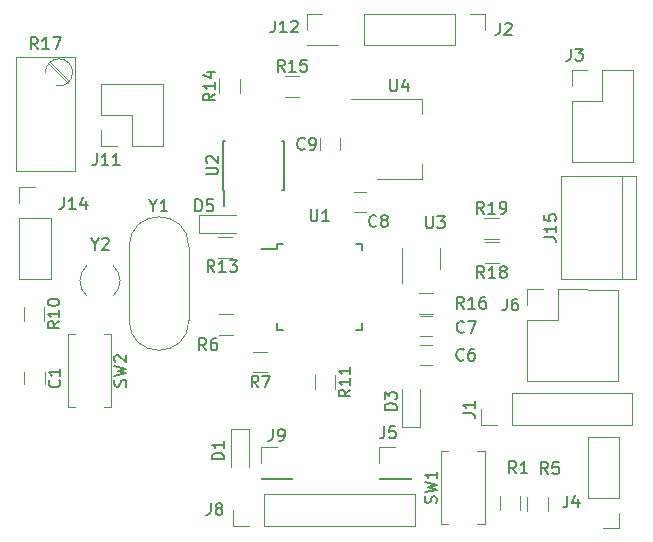
<source format=gbr>
G04 #@! TF.GenerationSoftware,KiCad,Pcbnew,(5.1.5)-3*
G04 #@! TF.CreationDate,2020-04-28T00:17:26+02:00*
G04 #@! TF.ProjectId,main_pcb,6d61696e-5f70-4636-922e-6b696361645f,1*
G04 #@! TF.SameCoordinates,Original*
G04 #@! TF.FileFunction,Legend,Top*
G04 #@! TF.FilePolarity,Positive*
%FSLAX46Y46*%
G04 Gerber Fmt 4.6, Leading zero omitted, Abs format (unit mm)*
G04 Created by KiCad (PCBNEW (5.1.5)-3) date 2020-04-28 00:17:26*
%MOMM*%
%LPD*%
G04 APERTURE LIST*
%ADD10C,0.120000*%
%ADD11C,0.150000*%
G04 APERTURE END LIST*
D10*
X142290000Y-93830000D02*
X142290000Y-91170000D01*
X132070000Y-93830000D02*
X142290000Y-93830000D01*
X132070000Y-91170000D02*
X142290000Y-91170000D01*
X132070000Y-93830000D02*
X132070000Y-91170000D01*
X130800000Y-93830000D02*
X129470000Y-93830000D01*
X129470000Y-93830000D02*
X129470000Y-92500000D01*
X92508440Y-90383300D02*
X92508440Y-89383300D01*
X90808440Y-89383300D02*
X90808440Y-90383300D01*
X124323220Y-88794960D02*
X125323220Y-88794960D01*
X125323220Y-87094960D02*
X124323220Y-87094960D01*
X124293060Y-86326080D02*
X125293060Y-86326080D01*
X125293060Y-84626080D02*
X124293060Y-84626080D01*
X118745380Y-75828260D02*
X119745380Y-75828260D01*
X119745380Y-74128260D02*
X118745380Y-74128260D01*
X115794420Y-69580820D02*
X115794420Y-70580820D01*
X117494420Y-70580820D02*
X117494420Y-69580820D01*
X109799820Y-94195540D02*
X108299820Y-94195540D01*
X109799820Y-94195540D02*
X109799820Y-97395540D01*
X108299820Y-97395540D02*
X108299820Y-94195540D01*
X122808300Y-94037500D02*
X124308300Y-94037500D01*
X122808300Y-94037500D02*
X122808300Y-90837500D01*
X124308300Y-90837500D02*
X124308300Y-94037500D01*
X108746800Y-77574840D02*
X105546800Y-77574840D01*
X105546800Y-76074840D02*
X108746800Y-76074840D01*
X105546800Y-76074840D02*
X105546800Y-77574840D01*
X119551140Y-59040720D02*
X119551140Y-61700720D01*
X127231140Y-59040720D02*
X119551140Y-59040720D01*
X127231140Y-61700720D02*
X119551140Y-61700720D01*
X127231140Y-59040720D02*
X127231140Y-61700720D01*
X128501140Y-59040720D02*
X129831140Y-59040720D01*
X129831140Y-59040720D02*
X129831140Y-60370720D01*
X137143180Y-63833700D02*
X138473180Y-63833700D01*
X137143180Y-65163700D02*
X137143180Y-63833700D01*
X139743180Y-63833700D02*
X142343180Y-63833700D01*
X139743180Y-66433700D02*
X139743180Y-63833700D01*
X137143180Y-66433700D02*
X139743180Y-66433700D01*
X142343180Y-63833700D02*
X142343180Y-71573700D01*
X137143180Y-66433700D02*
X137143180Y-71573700D01*
X137143180Y-71573700D02*
X142343180Y-71573700D01*
X120861780Y-95736100D02*
X122191780Y-95736100D01*
X120861780Y-97066100D02*
X120861780Y-95736100D01*
X120861780Y-98336100D02*
X123521780Y-98336100D01*
X123521780Y-98336100D02*
X123521780Y-98396100D01*
X120861780Y-98336100D02*
X120861780Y-98396100D01*
X120861780Y-98396100D02*
X123521780Y-98396100D01*
X123849440Y-102371200D02*
X123849440Y-99711200D01*
X111089440Y-102371200D02*
X123849440Y-102371200D01*
X111089440Y-99711200D02*
X123849440Y-99711200D01*
X111089440Y-102371200D02*
X111089440Y-99711200D01*
X109819440Y-102371200D02*
X108489440Y-102371200D01*
X108489440Y-102371200D02*
X108489440Y-101041200D01*
X110836400Y-98398640D02*
X113496400Y-98398640D01*
X110836400Y-98338640D02*
X110836400Y-98398640D01*
X113496400Y-98338640D02*
X113496400Y-98398640D01*
X110836400Y-98338640D02*
X113496400Y-98338640D01*
X110836400Y-97068640D02*
X110836400Y-95738640D01*
X110836400Y-95738640D02*
X112166400Y-95738640D01*
X102521060Y-70186860D02*
X102521060Y-64986860D01*
X99921060Y-70186860D02*
X102521060Y-70186860D01*
X97321060Y-64986860D02*
X102521060Y-64986860D01*
X99921060Y-70186860D02*
X99921060Y-67586860D01*
X99921060Y-67586860D02*
X97321060Y-67586860D01*
X97321060Y-67586860D02*
X97321060Y-64986860D01*
X98651060Y-70186860D02*
X97321060Y-70186860D01*
X97321060Y-70186860D02*
X97321060Y-68856860D01*
X90376700Y-81477160D02*
X93036700Y-81477160D01*
X90376700Y-76337160D02*
X90376700Y-81477160D01*
X93036700Y-76337160D02*
X93036700Y-81477160D01*
X90376700Y-76337160D02*
X93036700Y-76337160D01*
X90376700Y-75067160D02*
X90376700Y-73737160D01*
X90376700Y-73737160D02*
X91706700Y-73737160D01*
X142625100Y-81502500D02*
X142625100Y-72802500D01*
X136215100Y-81502500D02*
X136215100Y-72802500D01*
X136215100Y-72802500D02*
X142625100Y-72802500D01*
X141395100Y-72802500D02*
X141395100Y-81502500D01*
X142625100Y-81502500D02*
X136215100Y-81502500D01*
X131047600Y-101083660D02*
X131047600Y-99883660D01*
X132807600Y-99883660D02*
X132807600Y-101083660D01*
X135101220Y-99926840D02*
X135101220Y-101126840D01*
X133341220Y-101126840D02*
X133341220Y-99926840D01*
X107290300Y-84461460D02*
X108490300Y-84461460D01*
X108490300Y-86221460D02*
X107290300Y-86221460D01*
X111378300Y-89386300D02*
X110178300Y-89386300D01*
X110178300Y-87626300D02*
X111378300Y-87626300D01*
X92502880Y-83833420D02*
X92502880Y-85033420D01*
X90742880Y-85033420D02*
X90742880Y-83833420D01*
X107168400Y-77926040D02*
X108368400Y-77926040D01*
X108368400Y-79686040D02*
X107168400Y-79686040D01*
X107317660Y-65748460D02*
X107317660Y-64548460D01*
X109077660Y-64548460D02*
X109077660Y-65748460D01*
X114078320Y-66053860D02*
X112878320Y-66053860D01*
X112878320Y-64293860D02*
X114078320Y-64293860D01*
X124221960Y-82665680D02*
X125421960Y-82665680D01*
X125421960Y-84425680D02*
X124221960Y-84425680D01*
X92581244Y-64038189D02*
G75*
G02X94890540Y-63997880I1154296J40309D01*
G01*
X94889592Y-63977759D02*
G75*
G02X93495540Y-65126880I-1154052J-20121D01*
G01*
X90115540Y-72317880D02*
X90115540Y-62667880D01*
X95066540Y-72317880D02*
X95066540Y-62667880D01*
X90115540Y-72317880D02*
X95066540Y-72317880D01*
X90115540Y-62667880D02*
X95066540Y-62667880D01*
X93001540Y-63121880D02*
X94611540Y-64732880D01*
X92860540Y-63261880D02*
X94470540Y-64873880D01*
X130968040Y-80133080D02*
X129768040Y-80133080D01*
X129768040Y-78373080D02*
X130968040Y-78373080D01*
X130951540Y-78070600D02*
X129751540Y-78070600D01*
X129751540Y-76310600D02*
X130951540Y-76310600D01*
X126061860Y-96023500D02*
X126711860Y-96023500D01*
X129761860Y-96023500D02*
X129111860Y-96023500D01*
X129111860Y-102223500D02*
X129761860Y-102223500D01*
X126061860Y-102223500D02*
X126711860Y-102223500D01*
X126061860Y-96023500D02*
X126061860Y-102223500D01*
X129761860Y-102223500D02*
X129761860Y-96023500D01*
X94466800Y-86160680D02*
X94466800Y-92360680D01*
X98166800Y-92360680D02*
X98166800Y-86160680D01*
X98166800Y-86160680D02*
X97516800Y-86160680D01*
X95116800Y-86160680D02*
X94466800Y-86160680D01*
X94466800Y-92360680D02*
X95116800Y-92360680D01*
X98166800Y-92360680D02*
X97516800Y-92360680D01*
D11*
X112173600Y-78518600D02*
X112173600Y-78968600D01*
X119423600Y-78518600D02*
X119423600Y-79043600D01*
X119423600Y-85768600D02*
X119423600Y-85243600D01*
X112173600Y-85768600D02*
X112173600Y-85243600D01*
X112173600Y-78518600D02*
X112698600Y-78518600D01*
X112173600Y-85768600D02*
X112698600Y-85768600D01*
X119423600Y-85768600D02*
X118898600Y-85768600D01*
X119423600Y-78518600D02*
X118898600Y-78518600D01*
X112173600Y-78968600D02*
X110798600Y-78968600D01*
X107650840Y-73941760D02*
X107700840Y-73941760D01*
X107650840Y-69791760D02*
X107795840Y-69791760D01*
X112800840Y-69791760D02*
X112655840Y-69791760D01*
X112800840Y-73941760D02*
X112655840Y-73941760D01*
X107650840Y-73941760D02*
X107650840Y-69791760D01*
X112800840Y-73941760D02*
X112800840Y-69791760D01*
X107700840Y-73941760D02*
X107700840Y-75341760D01*
D10*
X125973480Y-80666160D02*
X125973480Y-78866160D01*
X122753480Y-78866160D02*
X122753480Y-81816160D01*
X124452300Y-73049180D02*
X124452300Y-71789180D01*
X124452300Y-66229180D02*
X124452300Y-67489180D01*
X120692300Y-73049180D02*
X124452300Y-73049180D01*
X118442300Y-66229180D02*
X124452300Y-66229180D01*
X104724440Y-78745720D02*
X104724440Y-84995720D01*
X99674440Y-78745720D02*
X99674440Y-84995720D01*
X99674440Y-78745720D02*
G75*
G02X104724440Y-78745720I2525000J0D01*
G01*
X99674440Y-84995720D02*
G75*
G03X104724440Y-84995720I2525000J0D01*
G01*
X98335279Y-82906142D02*
G75*
G03X98335888Y-80365600I-1129479J1270542D01*
G01*
X96076321Y-82906142D02*
G75*
G02X96075712Y-80365600I1129479J1270542D01*
G01*
X117135800Y-89617000D02*
X117135800Y-90817000D01*
X115375800Y-90817000D02*
X115375800Y-89617000D01*
X141159540Y-102602340D02*
X139829540Y-102602340D01*
X141159540Y-101272340D02*
X141159540Y-102602340D01*
X141159540Y-100002340D02*
X138499540Y-100002340D01*
X138499540Y-100002340D02*
X138499540Y-94862340D01*
X141159540Y-100002340D02*
X141159540Y-94862340D01*
X141159540Y-94862340D02*
X138499540Y-94862340D01*
X114709900Y-59043260D02*
X116039900Y-59043260D01*
X114709900Y-60373260D02*
X114709900Y-59043260D01*
X114709900Y-61643260D02*
X117369900Y-61643260D01*
X117369900Y-61643260D02*
X117369900Y-61703260D01*
X114709900Y-61643260D02*
X114709900Y-61703260D01*
X114709900Y-61703260D02*
X117369900Y-61703260D01*
X133366200Y-90113160D02*
X141097000Y-90113160D01*
X133366200Y-84973160D02*
X133366200Y-90113160D01*
X141097000Y-82382360D02*
X141097000Y-90122360D01*
X133366200Y-84973160D02*
X135966200Y-84973160D01*
X135966200Y-84973160D02*
X135966200Y-82373160D01*
X135966200Y-82373160D02*
X141097000Y-82382360D01*
X133366200Y-83703160D02*
X133366200Y-82373160D01*
X133366200Y-82373160D02*
X134696200Y-82373160D01*
D11*
X127922380Y-92833333D02*
X128636666Y-92833333D01*
X128779523Y-92880952D01*
X128874761Y-92976190D01*
X128922380Y-93119047D01*
X128922380Y-93214285D01*
X128922380Y-91833333D02*
X128922380Y-92404761D01*
X128922380Y-92119047D02*
X127922380Y-92119047D01*
X128065238Y-92214285D01*
X128160476Y-92309523D01*
X128208095Y-92404761D01*
X93765582Y-90049966D02*
X93813201Y-90097585D01*
X93860820Y-90240442D01*
X93860820Y-90335680D01*
X93813201Y-90478538D01*
X93717963Y-90573776D01*
X93622725Y-90621395D01*
X93432249Y-90669014D01*
X93289392Y-90669014D01*
X93098916Y-90621395D01*
X93003678Y-90573776D01*
X92908440Y-90478538D01*
X92860820Y-90335680D01*
X92860820Y-90240442D01*
X92908440Y-90097585D01*
X92956059Y-90049966D01*
X93860820Y-89097585D02*
X93860820Y-89669014D01*
X93860820Y-89383300D02*
X92860820Y-89383300D01*
X93003678Y-89478538D01*
X93098916Y-89573776D01*
X93146535Y-89669014D01*
X128001733Y-88297022D02*
X127954114Y-88344641D01*
X127811257Y-88392260D01*
X127716019Y-88392260D01*
X127573161Y-88344641D01*
X127477923Y-88249403D01*
X127430304Y-88154165D01*
X127382685Y-87963689D01*
X127382685Y-87820832D01*
X127430304Y-87630356D01*
X127477923Y-87535118D01*
X127573161Y-87439880D01*
X127716019Y-87392260D01*
X127811257Y-87392260D01*
X127954114Y-87439880D01*
X128001733Y-87487499D01*
X128858876Y-87392260D02*
X128668400Y-87392260D01*
X128573161Y-87439880D01*
X128525542Y-87487499D01*
X128430304Y-87630356D01*
X128382685Y-87820832D01*
X128382685Y-88201784D01*
X128430304Y-88297022D01*
X128477923Y-88344641D01*
X128573161Y-88392260D01*
X128763638Y-88392260D01*
X128858876Y-88344641D01*
X128906495Y-88297022D01*
X128954114Y-88201784D01*
X128954114Y-87963689D01*
X128906495Y-87868451D01*
X128858876Y-87820832D01*
X128763638Y-87773213D01*
X128573161Y-87773213D01*
X128477923Y-87820832D01*
X128430304Y-87868451D01*
X128382685Y-87963689D01*
X128022053Y-85950062D02*
X127974434Y-85997681D01*
X127831577Y-86045300D01*
X127736339Y-86045300D01*
X127593481Y-85997681D01*
X127498243Y-85902443D01*
X127450624Y-85807205D01*
X127403005Y-85616729D01*
X127403005Y-85473872D01*
X127450624Y-85283396D01*
X127498243Y-85188158D01*
X127593481Y-85092920D01*
X127736339Y-85045300D01*
X127831577Y-85045300D01*
X127974434Y-85092920D01*
X128022053Y-85140539D01*
X128355386Y-85045300D02*
X129022053Y-85045300D01*
X128593481Y-86045300D01*
X120615413Y-76994022D02*
X120567794Y-77041641D01*
X120424937Y-77089260D01*
X120329699Y-77089260D01*
X120186841Y-77041641D01*
X120091603Y-76946403D01*
X120043984Y-76851165D01*
X119996365Y-76660689D01*
X119996365Y-76517832D01*
X120043984Y-76327356D01*
X120091603Y-76232118D01*
X120186841Y-76136880D01*
X120329699Y-76089260D01*
X120424937Y-76089260D01*
X120567794Y-76136880D01*
X120615413Y-76184499D01*
X121186841Y-76517832D02*
X121091603Y-76470213D01*
X121043984Y-76422594D01*
X120996365Y-76327356D01*
X120996365Y-76279737D01*
X121043984Y-76184499D01*
X121091603Y-76136880D01*
X121186841Y-76089260D01*
X121377318Y-76089260D01*
X121472556Y-76136880D01*
X121520175Y-76184499D01*
X121567794Y-76279737D01*
X121567794Y-76327356D01*
X121520175Y-76422594D01*
X121472556Y-76470213D01*
X121377318Y-76517832D01*
X121186841Y-76517832D01*
X121091603Y-76565451D01*
X121043984Y-76613070D01*
X120996365Y-76708308D01*
X120996365Y-76898784D01*
X121043984Y-76994022D01*
X121091603Y-77041641D01*
X121186841Y-77089260D01*
X121377318Y-77089260D01*
X121472556Y-77041641D01*
X121520175Y-76994022D01*
X121567794Y-76898784D01*
X121567794Y-76708308D01*
X121520175Y-76613070D01*
X121472556Y-76565451D01*
X121377318Y-76517832D01*
X114534653Y-70445902D02*
X114487034Y-70493521D01*
X114344177Y-70541140D01*
X114248939Y-70541140D01*
X114106081Y-70493521D01*
X114010843Y-70398283D01*
X113963224Y-70303045D01*
X113915605Y-70112569D01*
X113915605Y-69969712D01*
X113963224Y-69779236D01*
X114010843Y-69683998D01*
X114106081Y-69588760D01*
X114248939Y-69541140D01*
X114344177Y-69541140D01*
X114487034Y-69588760D01*
X114534653Y-69636379D01*
X115010843Y-70541140D02*
X115201320Y-70541140D01*
X115296558Y-70493521D01*
X115344177Y-70445902D01*
X115439415Y-70303045D01*
X115487034Y-70112569D01*
X115487034Y-69731617D01*
X115439415Y-69636379D01*
X115391796Y-69588760D01*
X115296558Y-69541140D01*
X115106081Y-69541140D01*
X115010843Y-69588760D01*
X114963224Y-69636379D01*
X114915605Y-69731617D01*
X114915605Y-69969712D01*
X114963224Y-70064950D01*
X115010843Y-70112569D01*
X115106081Y-70160188D01*
X115296558Y-70160188D01*
X115391796Y-70112569D01*
X115439415Y-70064950D01*
X115487034Y-69969712D01*
X107675940Y-96750095D02*
X106675940Y-96750095D01*
X106675940Y-96512000D01*
X106723560Y-96369142D01*
X106818798Y-96273904D01*
X106914036Y-96226285D01*
X107104512Y-96178666D01*
X107247369Y-96178666D01*
X107437845Y-96226285D01*
X107533083Y-96273904D01*
X107628321Y-96369142D01*
X107675940Y-96512000D01*
X107675940Y-96750095D01*
X107675940Y-95226285D02*
X107675940Y-95797714D01*
X107675940Y-95512000D02*
X106675940Y-95512000D01*
X106818798Y-95607238D01*
X106914036Y-95702476D01*
X106961655Y-95797714D01*
X122310680Y-92575595D02*
X121310680Y-92575595D01*
X121310680Y-92337500D01*
X121358300Y-92194642D01*
X121453538Y-92099404D01*
X121548776Y-92051785D01*
X121739252Y-92004166D01*
X121882109Y-92004166D01*
X122072585Y-92051785D01*
X122167823Y-92099404D01*
X122263061Y-92194642D01*
X122310680Y-92337500D01*
X122310680Y-92575595D01*
X121310680Y-91670833D02*
X121310680Y-91051785D01*
X121691633Y-91385119D01*
X121691633Y-91242261D01*
X121739252Y-91147023D01*
X121786871Y-91099404D01*
X121882109Y-91051785D01*
X122120204Y-91051785D01*
X122215442Y-91099404D01*
X122263061Y-91147023D01*
X122310680Y-91242261D01*
X122310680Y-91527976D01*
X122263061Y-91623214D01*
X122215442Y-91670833D01*
X105276424Y-75753220D02*
X105276424Y-74753220D01*
X105514520Y-74753220D01*
X105657377Y-74800840D01*
X105752615Y-74896078D01*
X105800234Y-74991316D01*
X105847853Y-75181792D01*
X105847853Y-75324649D01*
X105800234Y-75515125D01*
X105752615Y-75610363D01*
X105657377Y-75705601D01*
X105514520Y-75753220D01*
X105276424Y-75753220D01*
X106752615Y-74753220D02*
X106276424Y-74753220D01*
X106228805Y-75229411D01*
X106276424Y-75181792D01*
X106371662Y-75134173D01*
X106609758Y-75134173D01*
X106704996Y-75181792D01*
X106752615Y-75229411D01*
X106800234Y-75324649D01*
X106800234Y-75562744D01*
X106752615Y-75657982D01*
X106704996Y-75705601D01*
X106609758Y-75753220D01*
X106371662Y-75753220D01*
X106276424Y-75705601D01*
X106228805Y-75657982D01*
X131055786Y-59823100D02*
X131055786Y-60537386D01*
X131008167Y-60680243D01*
X130912929Y-60775481D01*
X130770072Y-60823100D01*
X130674834Y-60823100D01*
X131484358Y-59918339D02*
X131531977Y-59870720D01*
X131627215Y-59823100D01*
X131865310Y-59823100D01*
X131960548Y-59870720D01*
X132008167Y-59918339D01*
X132055786Y-60013577D01*
X132055786Y-60108815D01*
X132008167Y-60251672D01*
X131436739Y-60823100D01*
X132055786Y-60823100D01*
X137070506Y-61992260D02*
X137070506Y-62706546D01*
X137022887Y-62849403D01*
X136927649Y-62944641D01*
X136784792Y-62992260D01*
X136689554Y-62992260D01*
X137451459Y-61992260D02*
X138070506Y-61992260D01*
X137737173Y-62373213D01*
X137880030Y-62373213D01*
X137975268Y-62420832D01*
X138022887Y-62468451D01*
X138070506Y-62563689D01*
X138070506Y-62801784D01*
X138022887Y-62897022D01*
X137975268Y-62944641D01*
X137880030Y-62992260D01*
X137594316Y-62992260D01*
X137499078Y-62944641D01*
X137451459Y-62897022D01*
X121271706Y-93955620D02*
X121271706Y-94669906D01*
X121224087Y-94812763D01*
X121128849Y-94908001D01*
X120985992Y-94955620D01*
X120890754Y-94955620D01*
X122224087Y-93955620D02*
X121747897Y-93955620D01*
X121700278Y-94431811D01*
X121747897Y-94384192D01*
X121843135Y-94336573D01*
X122081230Y-94336573D01*
X122176468Y-94384192D01*
X122224087Y-94431811D01*
X122271706Y-94527049D01*
X122271706Y-94765144D01*
X122224087Y-94860382D01*
X122176468Y-94908001D01*
X122081230Y-94955620D01*
X121843135Y-94955620D01*
X121747897Y-94908001D01*
X121700278Y-94860382D01*
X106565106Y-100458020D02*
X106565106Y-101172306D01*
X106517487Y-101315163D01*
X106422249Y-101410401D01*
X106279392Y-101458020D01*
X106184154Y-101458020D01*
X107184154Y-100886592D02*
X107088916Y-100838973D01*
X107041297Y-100791354D01*
X106993678Y-100696116D01*
X106993678Y-100648497D01*
X107041297Y-100553259D01*
X107088916Y-100505640D01*
X107184154Y-100458020D01*
X107374630Y-100458020D01*
X107469868Y-100505640D01*
X107517487Y-100553259D01*
X107565106Y-100648497D01*
X107565106Y-100696116D01*
X107517487Y-100791354D01*
X107469868Y-100838973D01*
X107374630Y-100886592D01*
X107184154Y-100886592D01*
X107088916Y-100934211D01*
X107041297Y-100981830D01*
X106993678Y-101077068D01*
X106993678Y-101267544D01*
X107041297Y-101362782D01*
X107088916Y-101410401D01*
X107184154Y-101458020D01*
X107374630Y-101458020D01*
X107469868Y-101410401D01*
X107517487Y-101362782D01*
X107565106Y-101267544D01*
X107565106Y-101077068D01*
X107517487Y-100981830D01*
X107469868Y-100934211D01*
X107374630Y-100886592D01*
X111833066Y-94191020D02*
X111833066Y-94905306D01*
X111785447Y-95048163D01*
X111690209Y-95143401D01*
X111547352Y-95191020D01*
X111452114Y-95191020D01*
X112356876Y-95191020D02*
X112547352Y-95191020D01*
X112642590Y-95143401D01*
X112690209Y-95095782D01*
X112785447Y-94952925D01*
X112833066Y-94762449D01*
X112833066Y-94381497D01*
X112785447Y-94286259D01*
X112737828Y-94238640D01*
X112642590Y-94191020D01*
X112452114Y-94191020D01*
X112356876Y-94238640D01*
X112309257Y-94286259D01*
X112261638Y-94381497D01*
X112261638Y-94619592D01*
X112309257Y-94714830D01*
X112356876Y-94762449D01*
X112452114Y-94810068D01*
X112642590Y-94810068D01*
X112737828Y-94762449D01*
X112785447Y-94714830D01*
X112833066Y-94619592D01*
X96919516Y-70851780D02*
X96919516Y-71566066D01*
X96871897Y-71708923D01*
X96776659Y-71804161D01*
X96633801Y-71851780D01*
X96538563Y-71851780D01*
X97919516Y-71851780D02*
X97348087Y-71851780D01*
X97633801Y-71851780D02*
X97633801Y-70851780D01*
X97538563Y-70994638D01*
X97443325Y-71089876D01*
X97348087Y-71137495D01*
X98871897Y-71851780D02*
X98300468Y-71851780D01*
X98586182Y-71851780D02*
X98586182Y-70851780D01*
X98490944Y-70994638D01*
X98395706Y-71089876D01*
X98300468Y-71137495D01*
X94150916Y-74560180D02*
X94150916Y-75274466D01*
X94103297Y-75417323D01*
X94008059Y-75512561D01*
X93865201Y-75560180D01*
X93769963Y-75560180D01*
X95150916Y-75560180D02*
X94579487Y-75560180D01*
X94865201Y-75560180D02*
X94865201Y-74560180D01*
X94769963Y-74703038D01*
X94674725Y-74798276D01*
X94579487Y-74845895D01*
X96008059Y-74893514D02*
X96008059Y-75560180D01*
X95769963Y-74512561D02*
X95531868Y-75226847D01*
X96150916Y-75226847D01*
X134807480Y-77962023D02*
X135521766Y-77962023D01*
X135664623Y-78009642D01*
X135759861Y-78104880D01*
X135807480Y-78247738D01*
X135807480Y-78342976D01*
X135807480Y-76962023D02*
X135807480Y-77533452D01*
X135807480Y-77247738D02*
X134807480Y-77247738D01*
X134950338Y-77342976D01*
X135045576Y-77438214D01*
X135093195Y-77533452D01*
X134807480Y-76057261D02*
X134807480Y-76533452D01*
X135283671Y-76581071D01*
X135236052Y-76533452D01*
X135188433Y-76438214D01*
X135188433Y-76200119D01*
X135236052Y-76104880D01*
X135283671Y-76057261D01*
X135378909Y-76009642D01*
X135617004Y-76009642D01*
X135712242Y-76057261D01*
X135759861Y-76104880D01*
X135807480Y-76200119D01*
X135807480Y-76438214D01*
X135759861Y-76533452D01*
X135712242Y-76581071D01*
X132436573Y-97927420D02*
X132103240Y-97451230D01*
X131865144Y-97927420D02*
X131865144Y-96927420D01*
X132246097Y-96927420D01*
X132341335Y-96975040D01*
X132388954Y-97022659D01*
X132436573Y-97117897D01*
X132436573Y-97260754D01*
X132388954Y-97355992D01*
X132341335Y-97403611D01*
X132246097Y-97451230D01*
X131865144Y-97451230D01*
X133388954Y-97927420D02*
X132817525Y-97927420D01*
X133103240Y-97927420D02*
X133103240Y-96927420D01*
X133008001Y-97070278D01*
X132912763Y-97165516D01*
X132817525Y-97213135D01*
X135134053Y-97983300D02*
X134800720Y-97507110D01*
X134562624Y-97983300D02*
X134562624Y-96983300D01*
X134943577Y-96983300D01*
X135038815Y-97030920D01*
X135086434Y-97078539D01*
X135134053Y-97173777D01*
X135134053Y-97316634D01*
X135086434Y-97411872D01*
X135038815Y-97459491D01*
X134943577Y-97507110D01*
X134562624Y-97507110D01*
X136038815Y-96983300D02*
X135562624Y-96983300D01*
X135515005Y-97459491D01*
X135562624Y-97411872D01*
X135657862Y-97364253D01*
X135895958Y-97364253D01*
X135991196Y-97411872D01*
X136038815Y-97459491D01*
X136086434Y-97554729D01*
X136086434Y-97792824D01*
X136038815Y-97888062D01*
X135991196Y-97935681D01*
X135895958Y-97983300D01*
X135657862Y-97983300D01*
X135562624Y-97935681D01*
X135515005Y-97888062D01*
X106188213Y-87513420D02*
X105854880Y-87037230D01*
X105616784Y-87513420D02*
X105616784Y-86513420D01*
X105997737Y-86513420D01*
X106092975Y-86561040D01*
X106140594Y-86608659D01*
X106188213Y-86703897D01*
X106188213Y-86846754D01*
X106140594Y-86941992D01*
X106092975Y-86989611D01*
X105997737Y-87037230D01*
X105616784Y-87037230D01*
X107045356Y-86513420D02*
X106854880Y-86513420D01*
X106759641Y-86561040D01*
X106712022Y-86608659D01*
X106616784Y-86751516D01*
X106569165Y-86941992D01*
X106569165Y-87322944D01*
X106616784Y-87418182D01*
X106664403Y-87465801D01*
X106759641Y-87513420D01*
X106950118Y-87513420D01*
X107045356Y-87465801D01*
X107092975Y-87418182D01*
X107140594Y-87322944D01*
X107140594Y-87084849D01*
X107092975Y-86989611D01*
X107045356Y-86941992D01*
X106950118Y-86894373D01*
X106759641Y-86894373D01*
X106664403Y-86941992D01*
X106616784Y-86989611D01*
X106569165Y-87084849D01*
X110611633Y-90658680D02*
X110278300Y-90182490D01*
X110040204Y-90658680D02*
X110040204Y-89658680D01*
X110421157Y-89658680D01*
X110516395Y-89706300D01*
X110564014Y-89753919D01*
X110611633Y-89849157D01*
X110611633Y-89992014D01*
X110564014Y-90087252D01*
X110516395Y-90134871D01*
X110421157Y-90182490D01*
X110040204Y-90182490D01*
X110944966Y-89658680D02*
X111611633Y-89658680D01*
X111183061Y-90658680D01*
X93775260Y-85076277D02*
X93299070Y-85409610D01*
X93775260Y-85647705D02*
X92775260Y-85647705D01*
X92775260Y-85266753D01*
X92822880Y-85171515D01*
X92870499Y-85123896D01*
X92965737Y-85076277D01*
X93108594Y-85076277D01*
X93203832Y-85123896D01*
X93251451Y-85171515D01*
X93299070Y-85266753D01*
X93299070Y-85647705D01*
X93775260Y-84123896D02*
X93775260Y-84695324D01*
X93775260Y-84409610D02*
X92775260Y-84409610D01*
X92918118Y-84504848D01*
X93013356Y-84600086D01*
X93060975Y-84695324D01*
X92775260Y-83504848D02*
X92775260Y-83409610D01*
X92822880Y-83314372D01*
X92870499Y-83266753D01*
X92965737Y-83219134D01*
X93156213Y-83171515D01*
X93394308Y-83171515D01*
X93584784Y-83219134D01*
X93680022Y-83266753D01*
X93727641Y-83314372D01*
X93775260Y-83409610D01*
X93775260Y-83504848D01*
X93727641Y-83600086D01*
X93680022Y-83647705D01*
X93584784Y-83695324D01*
X93394308Y-83742943D01*
X93156213Y-83742943D01*
X92965737Y-83695324D01*
X92870499Y-83647705D01*
X92822880Y-83600086D01*
X92775260Y-83504848D01*
X106885502Y-80899260D02*
X106552169Y-80423070D01*
X106314074Y-80899260D02*
X106314074Y-79899260D01*
X106695026Y-79899260D01*
X106790264Y-79946880D01*
X106837883Y-79994499D01*
X106885502Y-80089737D01*
X106885502Y-80232594D01*
X106837883Y-80327832D01*
X106790264Y-80375451D01*
X106695026Y-80423070D01*
X106314074Y-80423070D01*
X107837883Y-80899260D02*
X107266455Y-80899260D01*
X107552169Y-80899260D02*
X107552169Y-79899260D01*
X107456931Y-80042118D01*
X107361693Y-80137356D01*
X107266455Y-80184975D01*
X108171217Y-79899260D02*
X108790264Y-79899260D01*
X108456931Y-80280213D01*
X108599788Y-80280213D01*
X108695026Y-80327832D01*
X108742645Y-80375451D01*
X108790264Y-80470689D01*
X108790264Y-80708784D01*
X108742645Y-80804022D01*
X108695026Y-80851641D01*
X108599788Y-80899260D01*
X108314074Y-80899260D01*
X108218836Y-80851641D01*
X108171217Y-80804022D01*
X106950040Y-65791317D02*
X106473850Y-66124650D01*
X106950040Y-66362745D02*
X105950040Y-66362745D01*
X105950040Y-65981793D01*
X105997660Y-65886555D01*
X106045279Y-65838936D01*
X106140517Y-65791317D01*
X106283374Y-65791317D01*
X106378612Y-65838936D01*
X106426231Y-65886555D01*
X106473850Y-65981793D01*
X106473850Y-66362745D01*
X106950040Y-64838936D02*
X106950040Y-65410364D01*
X106950040Y-65124650D02*
X105950040Y-65124650D01*
X106092898Y-65219888D01*
X106188136Y-65315126D01*
X106235755Y-65410364D01*
X106283374Y-63981793D02*
X106950040Y-63981793D01*
X105902421Y-64219888D02*
X106616707Y-64457983D01*
X106616707Y-63838936D01*
X112835462Y-63926240D02*
X112502129Y-63450050D01*
X112264034Y-63926240D02*
X112264034Y-62926240D01*
X112644986Y-62926240D01*
X112740224Y-62973860D01*
X112787843Y-63021479D01*
X112835462Y-63116717D01*
X112835462Y-63259574D01*
X112787843Y-63354812D01*
X112740224Y-63402431D01*
X112644986Y-63450050D01*
X112264034Y-63450050D01*
X113787843Y-63926240D02*
X113216415Y-63926240D01*
X113502129Y-63926240D02*
X113502129Y-62926240D01*
X113406891Y-63069098D01*
X113311653Y-63164336D01*
X113216415Y-63211955D01*
X114692605Y-62926240D02*
X114216415Y-62926240D01*
X114168796Y-63402431D01*
X114216415Y-63354812D01*
X114311653Y-63307193D01*
X114549748Y-63307193D01*
X114644986Y-63354812D01*
X114692605Y-63402431D01*
X114740224Y-63497669D01*
X114740224Y-63735764D01*
X114692605Y-63831002D01*
X114644986Y-63878621D01*
X114549748Y-63926240D01*
X114311653Y-63926240D01*
X114216415Y-63878621D01*
X114168796Y-63831002D01*
X127997982Y-83998060D02*
X127664649Y-83521870D01*
X127426554Y-83998060D02*
X127426554Y-82998060D01*
X127807506Y-82998060D01*
X127902744Y-83045680D01*
X127950363Y-83093299D01*
X127997982Y-83188537D01*
X127997982Y-83331394D01*
X127950363Y-83426632D01*
X127902744Y-83474251D01*
X127807506Y-83521870D01*
X127426554Y-83521870D01*
X128950363Y-83998060D02*
X128378935Y-83998060D01*
X128664649Y-83998060D02*
X128664649Y-82998060D01*
X128569411Y-83140918D01*
X128474173Y-83236156D01*
X128378935Y-83283775D01*
X129807506Y-82998060D02*
X129617030Y-82998060D01*
X129521792Y-83045680D01*
X129474173Y-83093299D01*
X129378935Y-83236156D01*
X129331316Y-83426632D01*
X129331316Y-83807584D01*
X129378935Y-83902822D01*
X129426554Y-83950441D01*
X129521792Y-83998060D01*
X129712268Y-83998060D01*
X129807506Y-83950441D01*
X129855125Y-83902822D01*
X129902744Y-83807584D01*
X129902744Y-83569489D01*
X129855125Y-83474251D01*
X129807506Y-83426632D01*
X129712268Y-83379013D01*
X129521792Y-83379013D01*
X129426554Y-83426632D01*
X129378935Y-83474251D01*
X129331316Y-83569489D01*
X91924902Y-62032140D02*
X91591569Y-61555950D01*
X91353474Y-62032140D02*
X91353474Y-61032140D01*
X91734426Y-61032140D01*
X91829664Y-61079760D01*
X91877283Y-61127379D01*
X91924902Y-61222617D01*
X91924902Y-61365474D01*
X91877283Y-61460712D01*
X91829664Y-61508331D01*
X91734426Y-61555950D01*
X91353474Y-61555950D01*
X92877283Y-62032140D02*
X92305855Y-62032140D01*
X92591569Y-62032140D02*
X92591569Y-61032140D01*
X92496331Y-61174998D01*
X92401093Y-61270236D01*
X92305855Y-61317855D01*
X93210617Y-61032140D02*
X93877283Y-61032140D01*
X93448712Y-62032140D01*
X129725182Y-81405460D02*
X129391849Y-80929270D01*
X129153754Y-81405460D02*
X129153754Y-80405460D01*
X129534706Y-80405460D01*
X129629944Y-80453080D01*
X129677563Y-80500699D01*
X129725182Y-80595937D01*
X129725182Y-80738794D01*
X129677563Y-80834032D01*
X129629944Y-80881651D01*
X129534706Y-80929270D01*
X129153754Y-80929270D01*
X130677563Y-81405460D02*
X130106135Y-81405460D01*
X130391849Y-81405460D02*
X130391849Y-80405460D01*
X130296611Y-80548318D01*
X130201373Y-80643556D01*
X130106135Y-80691175D01*
X131248992Y-80834032D02*
X131153754Y-80786413D01*
X131106135Y-80738794D01*
X131058516Y-80643556D01*
X131058516Y-80595937D01*
X131106135Y-80500699D01*
X131153754Y-80453080D01*
X131248992Y-80405460D01*
X131439468Y-80405460D01*
X131534706Y-80453080D01*
X131582325Y-80500699D01*
X131629944Y-80595937D01*
X131629944Y-80643556D01*
X131582325Y-80738794D01*
X131534706Y-80786413D01*
X131439468Y-80834032D01*
X131248992Y-80834032D01*
X131153754Y-80881651D01*
X131106135Y-80929270D01*
X131058516Y-81024508D01*
X131058516Y-81214984D01*
X131106135Y-81310222D01*
X131153754Y-81357841D01*
X131248992Y-81405460D01*
X131439468Y-81405460D01*
X131534706Y-81357841D01*
X131582325Y-81310222D01*
X131629944Y-81214984D01*
X131629944Y-81024508D01*
X131582325Y-80929270D01*
X131534706Y-80881651D01*
X131439468Y-80834032D01*
X129708682Y-75942980D02*
X129375349Y-75466790D01*
X129137254Y-75942980D02*
X129137254Y-74942980D01*
X129518206Y-74942980D01*
X129613444Y-74990600D01*
X129661063Y-75038219D01*
X129708682Y-75133457D01*
X129708682Y-75276314D01*
X129661063Y-75371552D01*
X129613444Y-75419171D01*
X129518206Y-75466790D01*
X129137254Y-75466790D01*
X130661063Y-75942980D02*
X130089635Y-75942980D01*
X130375349Y-75942980D02*
X130375349Y-74942980D01*
X130280111Y-75085838D01*
X130184873Y-75181076D01*
X130089635Y-75228695D01*
X131137254Y-75942980D02*
X131327730Y-75942980D01*
X131422968Y-75895361D01*
X131470587Y-75847742D01*
X131565825Y-75704885D01*
X131613444Y-75514409D01*
X131613444Y-75133457D01*
X131565825Y-75038219D01*
X131518206Y-74990600D01*
X131422968Y-74942980D01*
X131232492Y-74942980D01*
X131137254Y-74990600D01*
X131089635Y-75038219D01*
X131042016Y-75133457D01*
X131042016Y-75371552D01*
X131089635Y-75466790D01*
X131137254Y-75514409D01*
X131232492Y-75562028D01*
X131422968Y-75562028D01*
X131518206Y-75514409D01*
X131565825Y-75466790D01*
X131613444Y-75371552D01*
X125666621Y-100456833D02*
X125714240Y-100313976D01*
X125714240Y-100075880D01*
X125666621Y-99980642D01*
X125619002Y-99933023D01*
X125523764Y-99885404D01*
X125428526Y-99885404D01*
X125333288Y-99933023D01*
X125285669Y-99980642D01*
X125238050Y-100075880D01*
X125190431Y-100266357D01*
X125142812Y-100361595D01*
X125095193Y-100409214D01*
X124999955Y-100456833D01*
X124904717Y-100456833D01*
X124809479Y-100409214D01*
X124761860Y-100361595D01*
X124714240Y-100266357D01*
X124714240Y-100028261D01*
X124761860Y-99885404D01*
X124714240Y-99552071D02*
X125714240Y-99313976D01*
X124999955Y-99123500D01*
X125714240Y-98933023D01*
X124714240Y-98694928D01*
X125714240Y-97790166D02*
X125714240Y-98361595D01*
X125714240Y-98075880D02*
X124714240Y-98075880D01*
X124857098Y-98171119D01*
X124952336Y-98266357D01*
X124999955Y-98361595D01*
X99371561Y-90594013D02*
X99419180Y-90451156D01*
X99419180Y-90213060D01*
X99371561Y-90117822D01*
X99323942Y-90070203D01*
X99228704Y-90022584D01*
X99133466Y-90022584D01*
X99038228Y-90070203D01*
X98990609Y-90117822D01*
X98942990Y-90213060D01*
X98895371Y-90403537D01*
X98847752Y-90498775D01*
X98800133Y-90546394D01*
X98704895Y-90594013D01*
X98609657Y-90594013D01*
X98514419Y-90546394D01*
X98466800Y-90498775D01*
X98419180Y-90403537D01*
X98419180Y-90165441D01*
X98466800Y-90022584D01*
X98419180Y-89689251D02*
X99419180Y-89451156D01*
X98704895Y-89260680D01*
X99419180Y-89070203D01*
X98419180Y-88832108D01*
X98514419Y-88498775D02*
X98466800Y-88451156D01*
X98419180Y-88355918D01*
X98419180Y-88117822D01*
X98466800Y-88022584D01*
X98514419Y-87974965D01*
X98609657Y-87927346D01*
X98704895Y-87927346D01*
X98847752Y-87974965D01*
X99419180Y-88546394D01*
X99419180Y-87927346D01*
X115036695Y-75595980D02*
X115036695Y-76405504D01*
X115084314Y-76500742D01*
X115131933Y-76548361D01*
X115227171Y-76595980D01*
X115417647Y-76595980D01*
X115512885Y-76548361D01*
X115560504Y-76500742D01*
X115608123Y-76405504D01*
X115608123Y-75595980D01*
X116608123Y-76595980D02*
X116036695Y-76595980D01*
X116322409Y-76595980D02*
X116322409Y-75595980D01*
X116227171Y-75738838D01*
X116131933Y-75834076D01*
X116036695Y-75881695D01*
X106178220Y-72628664D02*
X106987744Y-72628664D01*
X107082982Y-72581045D01*
X107130601Y-72533426D01*
X107178220Y-72438188D01*
X107178220Y-72247712D01*
X107130601Y-72152474D01*
X107082982Y-72104855D01*
X106987744Y-72057236D01*
X106178220Y-72057236D01*
X106273459Y-71628664D02*
X106225840Y-71581045D01*
X106178220Y-71485807D01*
X106178220Y-71247712D01*
X106225840Y-71152474D01*
X106273459Y-71104855D01*
X106368697Y-71057236D01*
X106463935Y-71057236D01*
X106606792Y-71104855D01*
X107178220Y-71676283D01*
X107178220Y-71057236D01*
X124805535Y-76180700D02*
X124805535Y-76990224D01*
X124853154Y-77085462D01*
X124900773Y-77133081D01*
X124996011Y-77180700D01*
X125186487Y-77180700D01*
X125281725Y-77133081D01*
X125329344Y-77085462D01*
X125376963Y-76990224D01*
X125376963Y-76180700D01*
X125757916Y-76180700D02*
X126376963Y-76180700D01*
X126043630Y-76561653D01*
X126186487Y-76561653D01*
X126281725Y-76609272D01*
X126329344Y-76656891D01*
X126376963Y-76752129D01*
X126376963Y-76990224D01*
X126329344Y-77085462D01*
X126281725Y-77133081D01*
X126186487Y-77180700D01*
X125900773Y-77180700D01*
X125805535Y-77133081D01*
X125757916Y-77085462D01*
X121780395Y-64591560D02*
X121780395Y-65401084D01*
X121828014Y-65496322D01*
X121875633Y-65543941D01*
X121970871Y-65591560D01*
X122161347Y-65591560D01*
X122256585Y-65543941D01*
X122304204Y-65496322D01*
X122351823Y-65401084D01*
X122351823Y-64591560D01*
X123256585Y-64924894D02*
X123256585Y-65591560D01*
X123018490Y-64543941D02*
X122780395Y-65258227D01*
X123399442Y-65258227D01*
X101723249Y-75277030D02*
X101723249Y-75753220D01*
X101389916Y-74753220D02*
X101723249Y-75277030D01*
X102056582Y-74753220D01*
X102913725Y-75753220D02*
X102342297Y-75753220D01*
X102628011Y-75753220D02*
X102628011Y-74753220D01*
X102532773Y-74896078D01*
X102437535Y-74991316D01*
X102342297Y-75038935D01*
X96780409Y-78518070D02*
X96780409Y-78994260D01*
X96447076Y-77994260D02*
X96780409Y-78518070D01*
X97113742Y-77994260D01*
X97399457Y-78089499D02*
X97447076Y-78041880D01*
X97542314Y-77994260D01*
X97780409Y-77994260D01*
X97875647Y-78041880D01*
X97923266Y-78089499D01*
X97970885Y-78184737D01*
X97970885Y-78279975D01*
X97923266Y-78422832D01*
X97351838Y-78994260D01*
X97970885Y-78994260D01*
X118408180Y-90859857D02*
X117931990Y-91193190D01*
X118408180Y-91431285D02*
X117408180Y-91431285D01*
X117408180Y-91050333D01*
X117455800Y-90955095D01*
X117503419Y-90907476D01*
X117598657Y-90859857D01*
X117741514Y-90859857D01*
X117836752Y-90907476D01*
X117884371Y-90955095D01*
X117931990Y-91050333D01*
X117931990Y-91431285D01*
X118408180Y-89907476D02*
X118408180Y-90478904D01*
X118408180Y-90193190D02*
X117408180Y-90193190D01*
X117551038Y-90288428D01*
X117646276Y-90383666D01*
X117693895Y-90478904D01*
X118408180Y-88955095D02*
X118408180Y-89526523D01*
X118408180Y-89240809D02*
X117408180Y-89240809D01*
X117551038Y-89336047D01*
X117646276Y-89431285D01*
X117693895Y-89526523D01*
X136780946Y-99823020D02*
X136780946Y-100537306D01*
X136733327Y-100680163D01*
X136638089Y-100775401D01*
X136495232Y-100823020D01*
X136399994Y-100823020D01*
X137685708Y-100156354D02*
X137685708Y-100823020D01*
X137447613Y-99775401D02*
X137209518Y-100489687D01*
X137828565Y-100489687D01*
X112002036Y-59609740D02*
X112002036Y-60324026D01*
X111954417Y-60466883D01*
X111859179Y-60562121D01*
X111716321Y-60609740D01*
X111621083Y-60609740D01*
X113002036Y-60609740D02*
X112430607Y-60609740D01*
X112716321Y-60609740D02*
X112716321Y-59609740D01*
X112621083Y-59752598D01*
X112525845Y-59847836D01*
X112430607Y-59895455D01*
X113382988Y-59704979D02*
X113430607Y-59657360D01*
X113525845Y-59609740D01*
X113763940Y-59609740D01*
X113859179Y-59657360D01*
X113906798Y-59704979D01*
X113954417Y-59800217D01*
X113954417Y-59895455D01*
X113906798Y-60038312D01*
X113335369Y-60609740D01*
X113954417Y-60609740D01*
X131624746Y-83145380D02*
X131624746Y-83859666D01*
X131577127Y-84002523D01*
X131481889Y-84097761D01*
X131339032Y-84145380D01*
X131243794Y-84145380D01*
X132529508Y-83145380D02*
X132339032Y-83145380D01*
X132243794Y-83193000D01*
X132196175Y-83240619D01*
X132100937Y-83383476D01*
X132053318Y-83573952D01*
X132053318Y-83954904D01*
X132100937Y-84050142D01*
X132148556Y-84097761D01*
X132243794Y-84145380D01*
X132434270Y-84145380D01*
X132529508Y-84097761D01*
X132577127Y-84050142D01*
X132624746Y-83954904D01*
X132624746Y-83716809D01*
X132577127Y-83621571D01*
X132529508Y-83573952D01*
X132434270Y-83526333D01*
X132243794Y-83526333D01*
X132148556Y-83573952D01*
X132100937Y-83621571D01*
X132053318Y-83716809D01*
M02*

</source>
